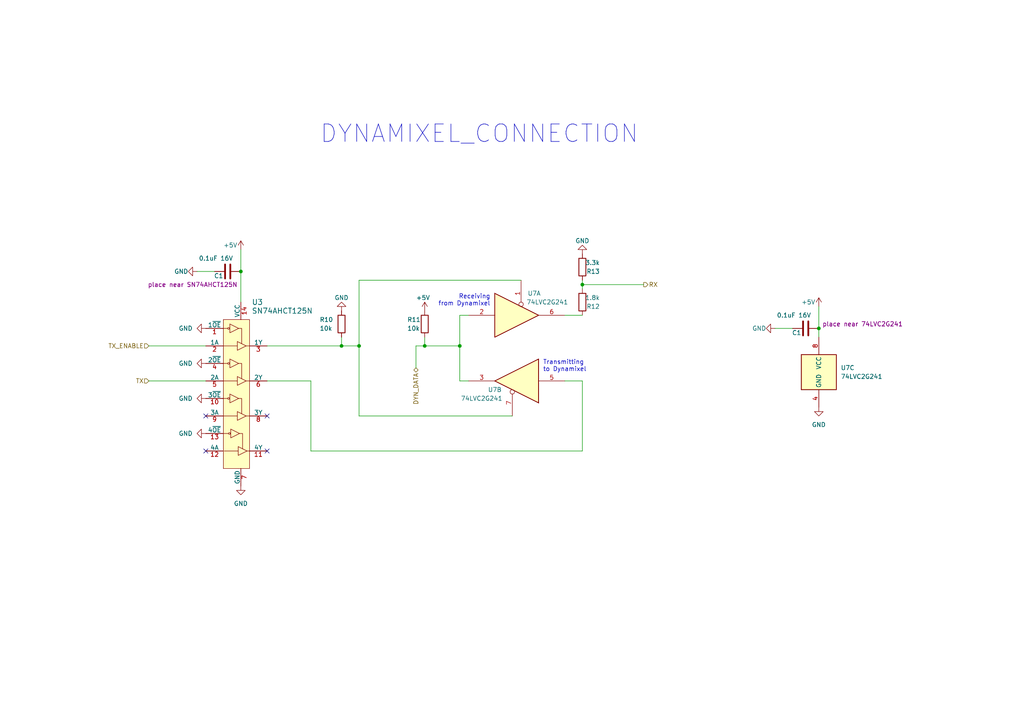
<source format=kicad_sch>
(kicad_sch (version 20230121) (generator eeschema)
  (paper "A4")
  (lib_symbols
    (symbol "74xGxx:74LVC2G241"
      (property "Reference" "U" (at 2.54 5.08 0))
      (property "Value" "74LVC2G241" (at 2.54 -7.62 0))
      (symbol "74LVC2G241_1_1"
        (polyline (pts (xy -7.62 6.35) (xy -7.62 -6.35) (xy 5.08 0) (xy -7.62 6.35)) (stroke (width 0.254)) (fill (type background)))
        (pin input inverted (at 0 10.16 270) (length 7.62) (name "~") (number "1"))
        (pin input line (at -15.24 0 0) (length 7.62) (name "~") (number "2"))
        (pin tri_state line (at 12.7 0 180) (length 7.62) (name "~") (number "6"))
      )
      (symbol "74LVC2G241_2_1"
        (polyline (pts (xy -7.62 6.35) (xy -7.62 -6.35) (xy 5.08 0) (xy -7.62 6.35)) (stroke (width 0.254)) (fill (type background)))
        (pin tri_state line (at 12.7 0 180) (length 7.62) (name "~") (number "3"))
        (pin input line (at -15.24 0 0) (length 7.62) (name "~") (number "5"))
        (pin input inverted (at 0 10.16 270) (length 7.62) (name "~") (number "7"))
      )
      (symbol "74LVC2G241_3_0"
        (rectangle (start -5.08 -5.08) (end 5.08 5.08) (stroke (width 0.254)) (fill (type background)))
      )
      (symbol "74LVC2G241_3_1"
        (pin power_in line (at 0 -10.16 90) (length 5.08) (name "GND") (number "4"))
        (pin power_in line (at 0 10.16 270) (length 5.08) (name "VCC") (number "8"))
      )
    )
    (symbol "Device:C" (pin_numbers hide) (pin_names (offset 0.254))
      (property "Reference" "C" (at 0.635 2.54 0))
      (property "Value" "C" (at 0.635 -2.54 0))
      (symbol "C_0_1"
        (polyline (pts (xy -2.032 -0.762) (xy 2.032 -0.762)) (stroke (width 0.508)))
        (polyline (pts (xy -2.032 0.762) (xy 2.032 0.762)) (stroke (width 0.508)))
      )
      (symbol "C_1_1"
        (pin passive line (at 0 3.81 270) (length 2.794) (name "~") (number "1"))
        (pin passive line (at 0 -3.81 90) (length 2.794) (name "~") (number "2"))
      )
    )
    (symbol "Device:R" (pin_numbers hide) (pin_names (offset 0))
      (property "Reference" "R" (at 2.032 0 90))
      (property "Value" "R" (at 0 0 90))
      (symbol "R_0_1"
        (rectangle (start -1.016 -2.54) (end 1.016 2.54) (stroke (width 0.254)))
      )
      (symbol "R_1_1"
        (pin passive line (at 0 3.81 270) (length 1.27) (name "~") (number "1"))
        (pin passive line (at 0 -3.81 90) (length 1.27) (name "~") (number "2"))
      )
    )
    (symbol "dk_Logic-Buffers-Drivers-Receivers-Transceivers:SN74AHCT125N" (pin_names (offset 0))
      (property "Reference" "U" (at -2.54 13.97 0))
      (property "Value" "SN74AHCT125N" (at 1.905 -31.75 0))
      (symbol "SN74AHCT125N_0_1"
        (rectangle (start -5.08 12.7) (end 2.54 -30.48) (fill (type background)))
        (circle (center -3.556 -10.16) (radius 0.254))
        (circle (center -3.556 0) (radius 0.254))
        (circle (center -3.556 10.16) (radius 0.254))
        (circle (center -3.302 -20.32) (radius 0.254))
        (polyline (pts (xy -3.81 -10.16) (xy -5.207 -10.16)))
        (polyline (pts (xy -3.81 0) (xy -5.207 0)))
        (polyline (pts (xy -3.81 10.16) (xy -5.207 10.16)))
        (polyline (pts (xy -3.556 -20.32) (xy -4.953 -20.32)))
        (polyline (pts (xy -1.016 -15.24) (xy -5.08 -15.24)))
        (polyline (pts (xy -1.016 -5.08) (xy -5.08 -5.08)))
        (polyline (pts (xy -1.016 5.08) (xy -5.08 5.08)))
        (polyline (pts (xy -0.762 -25.4) (xy -4.826 -25.4)))
        (polyline (pts (xy 1.397 -15.24) (xy 2.413 -15.24)))
        (polyline (pts (xy 1.397 -5.08) (xy 2.413 -5.08)))
        (polyline (pts (xy 1.397 5.08) (xy 2.413 5.08)))
        (polyline (pts (xy 1.651 -25.4) (xy 2.667 -25.4)))
        (polyline (pts (xy 0.254 -14.605) (xy 0.254 -10.16) (xy -0.635 -10.16)))
        (polyline (pts (xy 0.254 -4.445) (xy 0.254 0) (xy -0.635 0)))
        (polyline (pts (xy 0.254 5.715) (xy 0.254 10.16) (xy -0.635 10.16)))
        (polyline (pts (xy 0.508 -24.765) (xy 0.508 -20.32) (xy -0.381 -20.32)))
        (polyline (pts (xy -3.175 -8.89) (xy -3.175 -10.16) (xy -3.175 -11.43) (xy -0.635 -10.16) (xy -3.175 -8.89)))
        (polyline (pts (xy -3.175 1.27) (xy -3.175 0) (xy -3.175 -1.27) (xy -0.635 0) (xy -3.175 1.27)))
        (polyline (pts (xy -3.175 11.43) (xy -3.175 10.16) (xy -3.175 8.89) (xy -0.635 10.16) (xy -3.175 11.43)))
        (polyline (pts (xy -2.921 -19.05) (xy -2.921 -20.32) (xy -2.921 -21.59) (xy -0.381 -20.32) (xy -2.921 -19.05)))
        (polyline (pts (xy -1.016 -13.97) (xy -1.016 -15.24) (xy -1.016 -16.51) (xy 1.524 -15.24) (xy -1.016 -13.97)))
        (polyline (pts (xy -1.016 -3.81) (xy -1.016 -5.08) (xy -1.016 -6.35) (xy 1.524 -5.08) (xy -1.016 -3.81)))
        (polyline (pts (xy -1.016 6.35) (xy -1.016 5.08) (xy -1.016 3.81) (xy 1.524 5.08) (xy -1.016 6.35)))
        (polyline (pts (xy -0.762 -24.13) (xy -0.762 -25.4) (xy -0.762 -26.67) (xy 1.778 -25.4) (xy -0.762 -24.13)))
      )
      (symbol "SN74AHCT125N_1_1"
        (pin input line (at -10.16 10.16 0) (length 5.08) (name "1~{OE}") (number "1"))
        (pin input line (at -10.16 -10.16 0) (length 5.08) (name "3~{OE}") (number "10"))
        (pin output line (at 7.62 -25.4 180) (length 5.08) (name "4Y") (number "11"))
        (pin input line (at -10.16 -25.4 0) (length 5.08) (name "4A") (number "12"))
        (pin input line (at -10.16 -20.32 0) (length 5.08) (name "4~{OE}") (number "13"))
        (pin power_in line (at 0 17.78 270) (length 5.08) (name "VCC") (number "14"))
        (pin input line (at -10.16 5.08 0) (length 5.08) (name "1A") (number "2"))
        (pin output line (at 7.62 5.08 180) (length 5.08) (name "1Y") (number "3"))
        (pin input line (at -10.16 0 0) (length 5.08) (name "2~{OE}") (number "4"))
        (pin input line (at -10.16 -5.08 0) (length 5.08) (name "2A") (number "5"))
        (pin output line (at 7.62 -5.08 180) (length 5.08) (name "2Y") (number "6"))
        (pin power_in line (at 0 -35.56 90) (length 5.08) (name "GND") (number "7"))
        (pin output line (at 7.62 -15.24 180) (length 5.08) (name "3Y") (number "8"))
        (pin input line (at -10.16 -15.24 0) (length 5.08) (name "3A") (number "9"))
      )
    )
    (symbol "power:+5V" (power) (pin_names (offset 0))
      (property "Value" "+5V" (at 0 3.556 0))
      (symbol "+5V_0_1"
        (polyline (pts (xy -0.762 1.27) (xy 0 2.54)))
        (polyline (pts (xy 0 0) (xy 0 2.54)))
        (polyline (pts (xy 0 2.54) (xy 0.762 1.27)))
      )
      (symbol "+5V_1_1"
        (pin power_in line (at 0 0 90) (length 0) hide (name "+5V") (number "1"))
      )
    )
    (symbol "power:GND" (power) (pin_names (offset 0))
      (property "Value" "GND" (at 0 -3.81 0))
      (symbol "GND_0_1"
        (polyline (pts (xy 0 0) (xy 0 -1.27) (xy 1.27 -1.27) (xy 0 -2.54) (xy -1.27 -1.27) (xy 0 -1.27)))
      )
      (symbol "GND_1_1"
        (pin power_in line (at 0 0 270) (length 0) hide (name "GND") (number "1"))
      )
    )
  )
  (junction (at 168.91 82.55))
  (junction (at 123.19 100.33))
  (junction (at 237.49 95.25))
  (junction (at 99.06 100.33))
  (junction (at 104.14 100.33))
  (junction (at 133.35 100.33))
  (junction (at 69.85 78.74))
  (no_connect (at 77.47 120.65))
  (no_connect (at 59.69 120.65))
  (no_connect (at 77.47 130.81))
  (no_connect (at 59.69 130.81))
  (wire (pts (xy 168.91 82.55) (xy 168.91 81.28)))
  (wire (pts (xy 104.14 100.33) (xy 104.14 81.28)))
  (wire (pts (xy 237.49 88.9) (xy 237.49 95.25)))
  (wire (pts (xy 104.14 120.65) (xy 148.59 120.65)))
  (wire (pts (xy 59.69 110.49) (xy 43.18 110.49)))
  (wire (pts (xy 99.06 100.33) (xy 104.14 100.33)))
  (wire (pts (xy 133.35 100.33) (xy 133.35 91.44)))
  (wire (pts (xy 133.35 110.49) (xy 135.89 110.49)))
  (wire (pts (xy 168.91 82.55) (xy 186.69 82.55)))
  (wire (pts (xy 133.35 91.44) (xy 135.89 91.44)))
  (wire (pts (xy 120.65 100.33) (xy 123.19 100.33)))
  (wire (pts (xy 123.19 100.33) (xy 123.19 97.79)))
  (wire (pts (xy 168.91 83.82) (xy 168.91 82.55)))
  (wire (pts (xy 57.15 78.74) (xy 62.23 78.74)))
  (wire (pts (xy 90.17 130.81) (xy 90.17 110.49)))
  (wire (pts (xy 69.85 78.74) (xy 69.85 87.63)))
  (wire (pts (xy 77.47 100.33) (xy 99.06 100.33)))
  (wire (pts (xy 69.85 72.39) (xy 69.85 78.74)))
  (wire (pts (xy 99.06 97.79) (xy 99.06 100.33)))
  (wire (pts (xy 163.83 91.44) (xy 168.91 91.44)))
  (wire (pts (xy 123.19 100.33) (xy 133.35 100.33)))
  (wire (pts (xy 90.17 110.49) (xy 77.47 110.49)))
  (wire (pts (xy 120.65 100.33) (xy 120.65 106.68)))
  (wire (pts (xy 59.69 100.33) (xy 43.18 100.33)))
  (wire (pts (xy 168.91 130.81) (xy 90.17 130.81)))
  (wire (pts (xy 133.35 100.33) (xy 133.35 110.49)))
  (wire (pts (xy 104.14 100.33) (xy 104.14 120.65)))
  (wire (pts (xy 237.49 95.25) (xy 237.49 97.79)))
  (wire (pts (xy 104.14 81.28) (xy 151.13 81.28)))
  (wire (pts (xy 168.91 110.49) (xy 168.91 130.81)))
  (wire (pts (xy 163.83 110.49) (xy 168.91 110.49)))
  (wire (pts (xy 224.79 95.25) (xy 229.87 95.25)))
  (text "Receiving\nfrom Dynamixel" (at 142.24 88.9 0) (effects (font (size 1.27 1.27)) (justify right bottom)))
  (text "DYNAMIXEL_CONNECTION" (at 92.71 41.91 0) (effects (font (size 5.08 5.08)) (justify left bottom)))
  (text "Transmitting\nto Dynamixel" (at 157.48 107.95 0) (effects (font (size 1.27 1.27)) (justify left bottom)))
  (hierarchical_label "DYN_DATA" (shape bidirectional) (at 120.65 106.68 270))
  (hierarchical_label "TX_ENABLE" (shape input) (at 43.18 100.33 180))
  (hierarchical_label "RX" (shape output) (at 186.69 82.55 0))
  (hierarchical_label "TX" (shape input) (at 43.18 110.49 180))
  (symbol (lib_id "74xGxx:74LVC2G241") (at 151.13 91.44 0) (unit 1)
    (property "Reference" "U7" (at 154.94 85.09 0))
    (property "Value" "74LVC2G241" (at 158.75 87.63 0))
    (property "Footprint" "HangOn_Mainboard:SSOP-8_L3.0-W2.8-P0.65-LS4.0-BL" (effects hide))
    (property "Datasheet" "http://www.ti.com/lit/sg/scyt129e/scyt129e.pdf" (effects hide))
    (property "JLCPCB Part #" "C2676069" (effects hide))
  )
  (symbol (lib_id "power:GND") (at 59.69 95.25 270) (unit 1)
    (property "Reference" "#PWR024" (effects hide))
    (property "Value" "GND" (at 55.88 95.25 90) (effects (justify right)))
    (instances (project "HangOn_Mainboard" (path "" (reference "#PWR024") (unit 1)) (path "" (reference "#PWR026") (unit 1))))
  )
  (symbol (lib_id "74xGxx:74LVC2G241") (at 148.59 110.49 180) (unit 2)
    (property "Reference" "U7" (at 143.51 113.03 0))
    (property "Value" "74LVC2G241" (at 139.7 115.57 0))
    (property "Footprint" "HangOn_Mainboard:SSOP-8_L3.0-W2.8-P0.65-LS4.0-BL" (effects hide))
    (property "Datasheet" "http://www.ti.com/lit/sg/scyt129e/scyt129e.pdf" (effects hide))
    (property "JLCPCB Part #" "C2676069" (effects hide))
  )
  (symbol (lib_id "Device:R") (at 99.06 93.98 0) (unit 1)
    (property "Reference" "R10" (at 92.71 92.71 0) (effects (justify left)))
    (property "Value" "10k" (at 92.71 95.25 0) (effects (justify left)))
    (property "Footprint" "HangOn_Mainboard:R0603" (effects hide))
    (property "JLCPCB Part #" "C25804" (effects hide))
  )
  (symbol (lib_id "power:GND") (at 57.15 78.74 270) (unit 1)
    (property "Reference" "#PWR01" (effects hide))
    (property "Value" "GND" (at 54.61 78.74 90) (effects (justify right)))
    (instances (project "HangOn_Mainboard" (path "" (reference "#PWR01") (unit 1)) (path "" (reference "#PWR01") (unit 1)) (path "" (reference "#PWR09") (unit 1)) (path "" (reference "#PWR031") (unit 1))) (project "MechanicalTheatre" (path "" (reference "#PWR049") (unit 1))))
  )
  (symbol (lib_id "power:GND") (at 237.49 118.11 0) (unit 1)
    (property "Reference" "#PWR024" (effects hide))
    (property "Value" "GND" (at 237.49 123.19 0))
    (instances (project "HangOn_Mainboard" (path "" (reference "#PWR024") (unit 1)) (path "" (reference "#PWR071") (unit 1))))
  )
  (symbol (lib_id "Device:C") (at 66.04 78.74 90) (unit 1)
    (property "Reference" "C1" (at 64.77 80.01 90) (effects (justify left)))
    (property "Value" "0.1uF 16V " (at 68.58 74.93 90) (effects (justify left)))
    (property "Footprint" "HangOn_Mainboard:R0603" (effects hide))
    (property "Comment" "place near SN74AHCT125N" (at 55.88 82.55 90))
    (property "JLCPCB Part #" "C14663" (effects hide))
    (instances (project "HangOn_Mainboard" (path "" (reference "C1") (unit 1)) (path "" (reference "C2") (unit 1)) (path "" (reference "C5") (unit 1)) (path "" (reference "C7") (unit 1))) (project "MechanicalTheatre" (path "" (reference "C?") (unit 1)) (path "" (reference "C25") (unit 1))))
  )
  (symbol (lib_id "Device:R") (at 123.19 93.98 0) (unit 1)
    (property "Reference" "R11" (at 118.11 92.71 0) (effects (justify left)))
    (property "Value" "10k" (at 118.11 95.25 0) (effects (justify left)))
    (property "Footprint" "HangOn_Mainboard:R0603" (effects hide))
    (property "JLCPCB Part #" "C25804" (effects hide))
  )
  (symbol (lib_id "Device:C") (at 233.68 95.25 90) (unit 1)
    (property "Reference" "C1" (at 232.41 96.52 90) (effects (justify left)))
    (property "Value" "0.1uF 16V " (at 236.22 91.44 90) (effects (justify left)))
    (property "Footprint" "HangOn_Mainboard:R0603" (effects hide))
    (property "Comment" "place near 74LVC2G241" (at 250.19 93.98 90))
    (property "JLCPCB Part #" "C14663" (effects hide))
    (instances (project "HangOn_Mainboard" (path "" (reference "C1") (unit 1)) (path "" (reference "C2") (unit 1)) (path "" (reference "C5") (unit 1)) (path "" (reference "C11") (unit 1))) (project "MechanicalTheatre" (path "" (reference "C?") (unit 1)) (path "" (reference "C25") (unit 1))))
  )
  (symbol (lib_id "dk_Logic-Buffers-Drivers-Receivers-Transceivers:SN74AHCT125N") (at 69.85 105.41 0) (unit 1)
    (property "Reference" "U3" (at 72.9997 87.63 0) (effects (font (size 1.524 1.524)) (justify left)))
    (property "Value" "SN74AHCT125N" (at 72.9997 90.17 0) (effects (font (size 1.524 1.524)) (justify left)))
    (property "Footprint" "HangOn_Mainboard:SOIC-14_L8.7-W3.9-P1.27-LS6.0-BL" (effects hide))
    (property "Datasheet" "http://www.ti.com/general/docs/suppproductinfo.tsp?distId=10&gotoUrl=http%3A%2F%2Fwww.ti.com%2Flit%2Fgpn%2Fsn74ahct125" (effects hide))
    (property "Digi-Key_PN" "296-4655-5-ND" (effects hide))
    (property "MPN" "SN74AHCT125N" (effects hide))
    (property "Category" "Integrated Circuits (ICs)" (effects hide))
    (property "Family" "Logic - Buffers, Drivers, Receivers, Transceivers" (effects hide))
    (property "DK_Datasheet_Link" "http://www.ti.com/general/docs/suppproductinfo.tsp?distId=10&gotoUrl=http%3A%2F%2Fwww.ti.com%2Flit%2Fgpn%2Fsn74ahct125" (effects hide))
    (property "DK_Detail_Page" "/product-detail/en/texas-instruments/SN74AHCT125N/296-4655-5-ND/375798" (effects hide))
    (property "Description" "IC BUF NON-INVERT 5.5V 14DIP" (effects hide))
    (property "Manufacturer" "Texas Instruments" (effects hide))
    (property "Status" "Active" (effects hide))
    (property "JLCPCB Part #" "C155176" (effects hide))
    (instances (project "HangOn_Mainboard" (path "" (reference "U3") (unit 1)) (path "" (reference "U6") (unit 1)) (path "" (reference "U6") (unit 1))))
  )
  (symbol (lib_id "power:GND") (at 69.85 140.97 0) (unit 1)
    (property "Reference" "#PWR024" (effects hide))
    (property "Value" "GND" (at 69.85 146.05 0))
    (instances (project "HangOn_Mainboard" (path "" (reference "#PWR024") (unit 1)) (path "" (reference "#PWR025") (unit 1))))
  )
  (symbol (lib_id "Device:R") (at 168.91 87.63 180) (unit 1)
    (property "Reference" "R12" (at 173.99 88.9 0) (effects (justify left)))
    (property "Value" "1.8k" (at 173.99 86.36 0) (effects (justify left)))
    (property "Footprint" "HangOn_Mainboard:R0603" (effects hide))
    (property "JLCPCB Part #" "C4177" (effects hide))
  )
  (symbol (lib_id "power:GND") (at 168.91 73.66 180) (unit 1)
    (property "Reference" "#PWR024" (effects hide))
    (property "Value" "GND" (at 168.91 69.85 0))
    (instances (project "HangOn_Mainboard" (path "" (reference "#PWR024") (unit 1)) (path "" (reference "#PWR073") (unit 1))))
  )
  (symbol (lib_id "power:GND") (at 224.79 95.25 270) (unit 1)
    (property "Reference" "#PWR01" (effects hide))
    (property "Value" "GND" (at 222.25 95.25 90) (effects (justify right)))
    (instances (project "HangOn_Mainboard" (path "" (reference "#PWR01") (unit 1)) (path "" (reference "#PWR01") (unit 1)) (path "" (reference "#PWR09") (unit 1)) (path "" (reference "#PWR069") (unit 1))) (project "MechanicalTheatre" (path "" (reference "#PWR049") (unit 1))))
  )
  (symbol (lib_id "Device:R") (at 168.91 77.47 180) (unit 1)
    (property "Reference" "R13" (at 173.99 78.74 0) (effects (justify left)))
    (property "Value" "3.3k" (at 173.99 76.2 0) (effects (justify left)))
    (property "Footprint" "HangOn_Mainboard:R0603" (effects hide))
    (property "JLCPCB Part #" "C22978" (effects hide))
  )
  (symbol (lib_id "power:GND") (at 99.06 90.17 180) (unit 1)
    (property "Reference" "#PWR024" (effects hide))
    (property "Value" "GND" (at 99.06 86.36 0))
    (instances (project "HangOn_Mainboard" (path "" (reference "#PWR024") (unit 1)) (path "" (reference "#PWR072") (unit 1))))
  )
  (symbol (lib_id "power:GND") (at 59.69 125.73 270) (unit 1)
    (property "Reference" "#PWR024" (effects hide))
    (property "Value" "GND" (at 55.88 125.73 90) (effects (justify right)))
    (instances (project "HangOn_Mainboard" (path "" (reference "#PWR024") (unit 1)) (path "" (reference "#PWR030") (unit 1))))
  )
  (symbol (lib_id "power:GND") (at 59.69 105.41 270) (unit 1)
    (property "Reference" "#PWR024" (effects hide))
    (property "Value" "GND" (at 55.88 105.41 90) (effects (justify right)))
    (instances (project "HangOn_Mainboard" (path "" (reference "#PWR024") (unit 1)) (path "" (reference "#PWR027") (unit 1))))
  )
  (symbol (lib_id "power:+5V") (at 123.19 90.17 0) (unit 1)
    (property "Reference" "#PWR05" (effects hide))
    (property "Value" "+5V" (at 120.65 86.36 0) (effects (justify left)))
    (instances (project "HangOn_Mainboard" (path "" (reference "#PWR05") (unit 1)) (path "" (reference "#PWR05") (unit 1)) (path "" (reference "#PWR019") (unit 1)) (path "" (reference "#PWR074") (unit 1))) (project "MechanicalTheatre" (path "" (reference "#PWR?") (unit 1)) (path "" (reference "#PWR052") (unit 1))))
  )
  (symbol (lib_id "power:GND") (at 59.69 115.57 270) (unit 1)
    (property "Reference" "#PWR024" (effects hide))
    (property "Value" "GND" (at 55.88 115.57 90) (effects (justify right)))
    (instances (project "HangOn_Mainboard" (path "" (reference "#PWR024") (unit 1)) (path "" (reference "#PWR028") (unit 1))))
  )
  (symbol (lib_id "power:+5V") (at 237.49 88.9 0) (unit 1)
    (property "Reference" "#PWR05" (effects hide))
    (property "Value" "+5V" (at 232.41 87.63 0) (effects (justify left)))
    (instances (project "HangOn_Mainboard" (path "" (reference "#PWR05") (unit 1)) (path "" (reference "#PWR05") (unit 1)) (path "" (reference "#PWR019") (unit 1)) (path "" (reference "#PWR070") (unit 1))) (project "MechanicalTheatre" (path "" (reference "#PWR?") (unit 1)) (path "" (reference "#PWR052") (unit 1))))
  )
  (symbol (lib_id "74xGxx:74LVC2G241") (at 237.49 107.95 0) (unit 3)
    (property "Reference" "U7" (at 243.84 106.68 0) (effects (justify left)))
    (property "Value" "74LVC2G241" (at 243.84 109.22 0) (effects (justify left)))
    (property "Footprint" "HangOn_Mainboard:SSOP-8_L3.0-W2.8-P0.65-LS4.0-BL" (effects hide))
    (property "Datasheet" "http://www.ti.com/lit/sg/scyt129e/scyt129e.pdf" (effects hide))
    (property "JLCPCB Part #" "C2676069" (effects hide))
  )
  (symbol (lib_id "power:+5V") (at 69.85 72.39 0) (unit 1)
    (property "Reference" "#PWR05" (effects hide))
    (property "Value" "+5V" (at 64.77 71.12 0) (effects (justify left)))
    (instances (project "HangOn_Mainboard" (path "" (reference "#PWR05") (unit 1)) (path "" (reference "#PWR05") (unit 1)) (path "" (reference "#PWR019") (unit 1)) (path "" (reference "#PWR043") (unit 1))) (project "MechanicalTheatre" (path "" (reference "#PWR?") (unit 1)) (path "" (reference "#PWR052") (unit 1))))
  )
)
</source>
